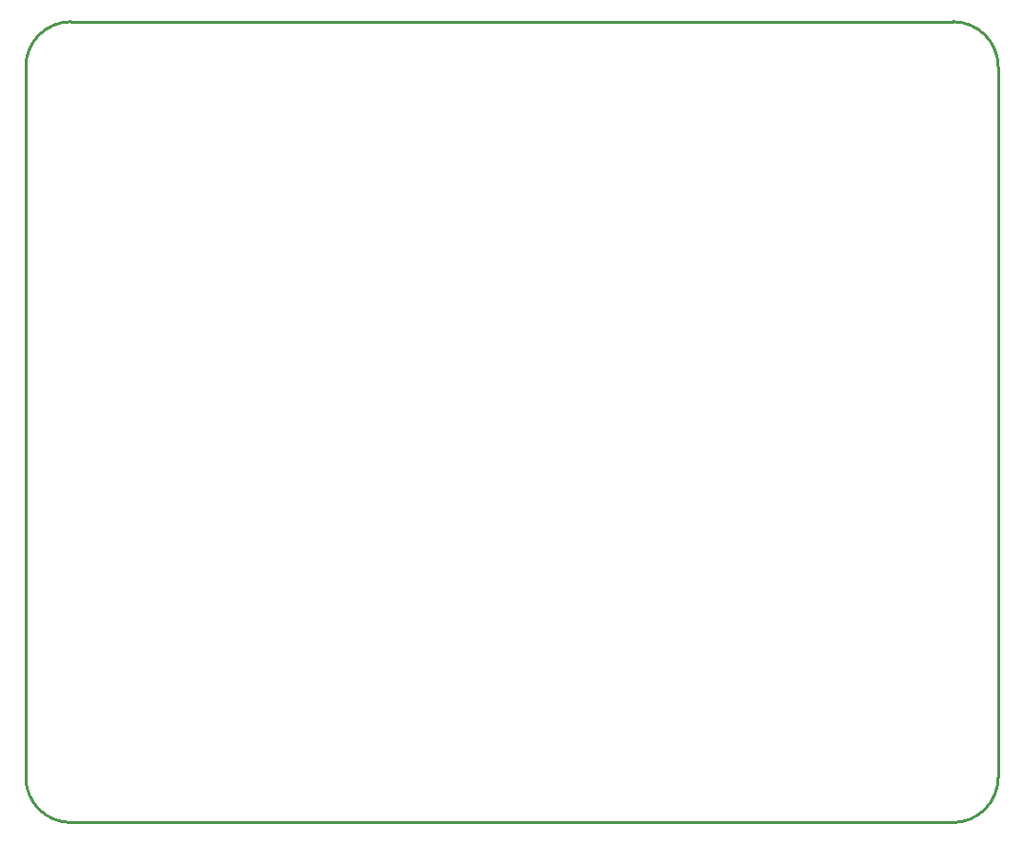
<source format=gbr>
%TF.GenerationSoftware,KiCad,Pcbnew,(6.0.9-0)*%
%TF.CreationDate,2023-03-02T18:42:41+01:00*%
%TF.ProjectId,untitled,756e7469-746c-4656-942e-6b696361645f,rev?*%
%TF.SameCoordinates,Original*%
%TF.FileFunction,Profile,NP*%
%FSLAX46Y46*%
G04 Gerber Fmt 4.6, Leading zero omitted, Abs format (unit mm)*
G04 Created by KiCad (PCBNEW (6.0.9-0)) date 2023-03-02 18:42:41*
%MOMM*%
%LPD*%
G01*
G04 APERTURE LIST*
%TA.AperFunction,Profile*%
%ADD10C,0.254000*%
%TD*%
G04 APERTURE END LIST*
D10*
X47328420Y-118499990D02*
X125671580Y-118499990D01*
X125671580Y-47328430D02*
X47328427Y-47328427D01*
X47328427Y-47328427D02*
G75*
G03*
X43328427Y-51328427I3J-4000003D01*
G01*
X129671570Y-114500000D02*
X129671570Y-51328420D01*
X43328427Y-51328427D02*
X43328430Y-114500000D01*
X129671570Y-51328420D02*
G75*
G03*
X125671580Y-47328430I-3999970J20D01*
G01*
X43328410Y-114500000D02*
G75*
G03*
X47328420Y-118499990I3999990J0D01*
G01*
X125671580Y-118499970D02*
G75*
G03*
X129671570Y-114500000I20J3999970D01*
G01*
M02*

</source>
